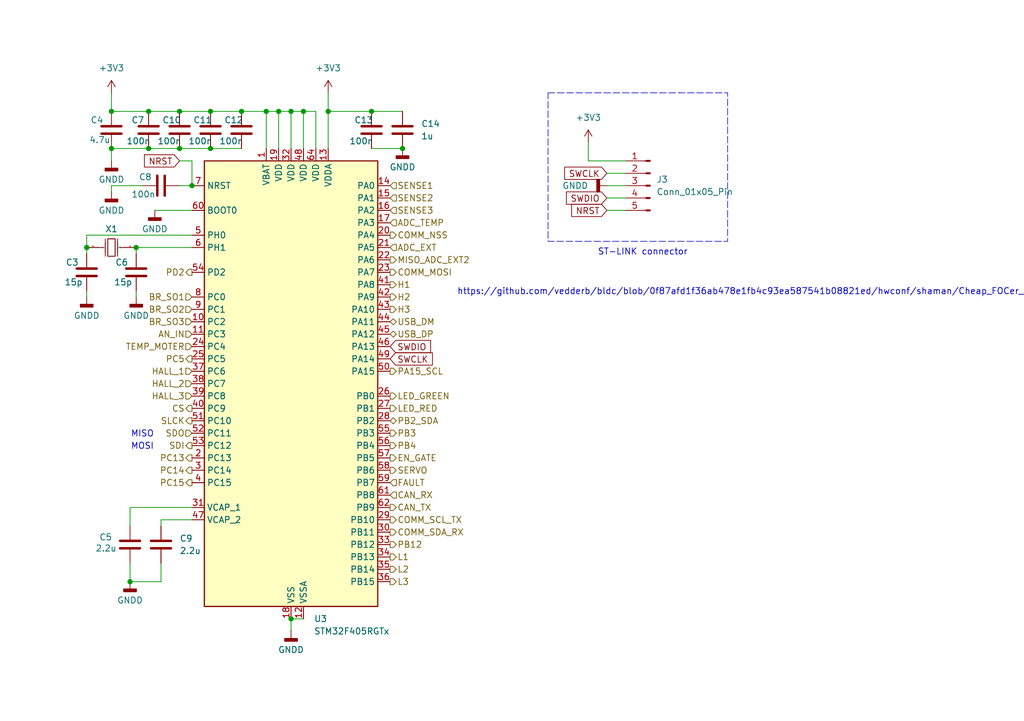
<source format=kicad_sch>
(kicad_sch (version 20250114) (generator "eeschema") (generator_version "9.0")
  (paper "A5")
  (title_block (title "AQUA_VESC") (rev "00"))
  (lib_symbols
    (symbol "Connector:Conn_01x05_Pin" (pin_names (offset 1.016) (hide yes))
      (property "Reference" "J" (at 0 7.62 0))
      (property "Value" "Conn_01x05_Pin" (at 0 -7.62 0))
      (symbol "Conn_01x05_Pin_1_1"
        (rectangle (start 0.8636 5.207) (end 0 4.953) (stroke (width 0.1524)) (fill (type outline)))
        (rectangle (start 0.8636 2.667) (end 0 2.413) (stroke (width 0.1524)) (fill (type outline)))
        (rectangle (start 0.8636 0.127) (end 0 -0.127) (stroke (width 0.1524)) (fill (type outline)))
        (rectangle (start 0.8636 -2.413) (end 0 -2.667) (stroke (width 0.1524)) (fill (type outline)))
        (rectangle (start 0.8636 -4.953) (end 0 -5.207) (stroke (width 0.1524)) (fill (type outline)))
        (polyline (pts (xy 1.27 5.08) (xy 0.8636 5.08)) (stroke (width 0.1524)))
        (polyline (pts (xy 1.27 2.54) (xy 0.8636 2.54)) (stroke (width 0.1524)))
        (polyline (pts (xy 1.27 0) (xy 0.8636 0)) (stroke (width 0.1524)))
        (polyline (pts (xy 1.27 -2.54) (xy 0.8636 -2.54)) (stroke (width 0.1524)))
        (polyline (pts (xy 1.27 -5.08) (xy 0.8636 -5.08)) (stroke (width 0.1524)))
        (pin passive line (at 5.08 5.08 180) (length 3.81) (name "Pin_1") (number "1"))
        (pin passive line (at 5.08 2.54 180) (length 3.81) (name "Pin_2") (number "2"))
        (pin passive line (at 5.08 0 180) (length 3.81) (name "Pin_3") (number "3"))
        (pin passive line (at 5.08 -2.54 180) (length 3.81) (name "Pin_4") (number "4"))
        (pin passive line (at 5.08 -5.08 180) (length 3.81) (name "Pin_5") (number "5"))
      )
    )
    (symbol "Device:C" (pin_numbers (hide yes)) (pin_names (offset 0.254))
      (property "Reference" "C" (at 0.635 2.54 0))
      (property "Value" "C" (at 0.635 -2.54 0))
      (symbol "C_0_1"
        (polyline (pts (xy -2.032 0.762) (xy 2.032 0.762)) (stroke (width 0.508)))
        (polyline (pts (xy -2.032 -0.762) (xy 2.032 -0.762)) (stroke (width 0.508)))
      )
      (symbol "C_1_1"
        (pin passive line (at 0 3.81 270) (length 2.794) (name "~") (number "1"))
        (pin passive line (at 0 -3.81 90) (length 2.794) (name "~") (number "2"))
      )
    )
    (symbol "MCU_ST_STM32F4:STM32F405RGTx"
      (property "Reference" "U" (at -17.78 46.99 0))
      (property "Value" "STM32F405RGTx" (at 10.16 46.99 0))
      (symbol "STM32F405RGTx_0_1"
        (rectangle (start -17.78 -45.72) (end 17.78 45.72) (stroke (width 0.254)) (fill (type background)))
      )
      (symbol "STM32F405RGTx_1_1"
        (pin input line (at -20.32 40.64 0) (length 2.54) (name "NRST") (number "7"))
        (pin input line (at -20.32 35.56 0) (length 2.54) (name "BOOT0") (number "60"))
        (pin bidirectional line (at -20.32 30.48 0) (length 2.54) (name "PH0") (number "5"))
        (pin bidirectional line (at -20.32 27.94 0) (length 2.54) (name "PH1") (number "6"))
        (pin bidirectional line (at -20.32 22.86 0) (length 2.54) (name "PD2") (number "54"))
        (pin bidirectional line (at -20.32 17.78 0) (length 2.54) (name "PC0") (number "8"))
        (pin bidirectional line (at -20.32 15.24 0) (length 2.54) (name "PC1") (number "9"))
        (pin bidirectional line (at -20.32 12.7 0) (length 2.54) (name "PC2") (number "10"))
        (pin bidirectional line (at -20.32 10.16 0) (length 2.54) (name "PC3") (number "11"))
        (pin bidirectional line (at -20.32 7.62 0) (length 2.54) (name "PC4") (number "24"))
        (pin bidirectional line (at -20.32 5.08 0) (length 2.54) (name "PC5") (number "25"))
        (pin bidirectional line (at -20.32 2.54 0) (length 2.54) (name "PC6") (number "37"))
        (pin bidirectional line (at -20.32 0 0) (length 2.54) (name "PC7") (number "38"))
        (pin bidirectional line (at -20.32 -2.54 0) (length 2.54) (name "PC8") (number "39"))
        (pin bidirectional line (at -20.32 -5.08 0) (length 2.54) (name "PC9") (number "40"))
        (pin bidirectional line (at -20.32 -7.62 0) (length 2.54) (name "PC10") (number "51"))
        (pin bidirectional line (at -20.32 -10.16 0) (length 2.54) (name "PC11") (number "52"))
        (pin bidirectional line (at -20.32 -12.7 0) (length 2.54) (name "PC12") (number "53"))
        (pin bidirectional line (at -20.32 -15.24 0) (length 2.54) (name "PC13") (number "2"))
        (pin bidirectional line (at -20.32 -17.78 0) (length 2.54) (name "PC14") (number "3"))
        (pin bidirectional line (at -20.32 -20.32 0) (length 2.54) (name "PC15") (number "4"))
        (pin power_out line (at -20.32 -25.4 0) (length 2.54) (name "VCAP_1") (number "31"))
        (pin power_out line (at -20.32 -27.94 0) (length 2.54) (name "VCAP_2") (number "47"))
        (pin power_in line (at -5.08 48.26 270) (length 2.54) (name "VBAT") (number "1"))
        (pin power_in line (at -2.54 48.26 270) (length 2.54) (name "VDD") (number "19"))
        (pin power_in line (at 0 48.26 270) (length 2.54) (name "VDD") (number "32"))
        (pin power_in line (at 0 -48.26 90) (length 2.54) (name "VSS") (number "18"))
        (pin passive line (at 0 -48.26 90) (length 2.54) (hide yes) (name "VSS") (number "63"))
        (pin power_in line (at 2.54 48.26 270) (length 2.54) (name "VDD") (number "48"))
        (pin power_in line (at 2.54 -48.26 90) (length 2.54) (name "VSSA") (number "12"))
        (pin power_in line (at 5.08 48.26 270) (length 2.54) (name "VDD") (number "64"))
        (pin power_in line (at 7.62 48.26 270) (length 2.54) (name "VDDA") (number "13"))
        (pin bidirectional line (at 20.32 40.64 180) (length 2.54) (name "PA0") (number "14"))
        (pin bidirectional line (at 20.32 38.1 180) (length 2.54) (name "PA1") (number "15"))
        (pin bidirectional line (at 20.32 35.56 180) (length 2.54) (name "PA2") (number "16"))
        (pin bidirectional line (at 20.32 33.02 180) (length 2.54) (name "PA3") (number "17"))
        (pin bidirectional line (at 20.32 30.48 180) (length 2.54) (name "PA4") (number "20"))
        (pin bidirectional line (at 20.32 27.94 180) (length 2.54) (name "PA5") (number "21"))
        (pin bidirectional line (at 20.32 25.4 180) (length 2.54) (name "PA6") (number "22"))
        (pin bidirectional line (at 20.32 22.86 180) (length 2.54) (name "PA7") (number "23"))
        (pin bidirectional line (at 20.32 20.32 180) (length 2.54) (name "PA8") (number "41"))
        (pin bidirectional line (at 20.32 17.78 180) (length 2.54) (name "PA9") (number "42"))
        (pin bidirectional line (at 20.32 15.24 180) (length 2.54) (name "PA10") (number "43"))
        (pin bidirectional line (at 20.32 12.7 180) (length 2.54) (name "PA11") (number "44"))
        (pin bidirectional line (at 20.32 10.16 180) (length 2.54) (name "PA12") (number "45"))
        (pin bidirectional line (at 20.32 7.62 180) (length 2.54) (name "PA13") (number "46"))
        (pin bidirectional line (at 20.32 5.08 180) (length 2.54) (name "PA14") (number "49"))
        (pin bidirectional line (at 20.32 2.54 180) (length 2.54) (name "PA15") (number "50"))
        (pin bidirectional line (at 20.32 -2.54 180) (length 2.54) (name "PB0") (number "26"))
        (pin bidirectional line (at 20.32 -5.08 180) (length 2.54) (name "PB1") (number "27"))
        (pin bidirectional line (at 20.32 -7.62 180) (length 2.54) (name "PB2") (number "28"))
        (pin bidirectional line (at 20.32 -10.16 180) (length 2.54) (name "PB3") (number "55"))
        (pin bidirectional line (at 20.32 -12.7 180) (length 2.54) (name "PB4") (number "56"))
        (pin bidirectional line (at 20.32 -15.24 180) (length 2.54) (name "PB5") (number "57"))
        (pin bidirectional line (at 20.32 -17.78 180) (length 2.54) (name "PB6") (number "58"))
        (pin bidirectional line (at 20.32 -20.32 180) (length 2.54) (name "PB7") (number "59"))
        (pin bidirectional line (at 20.32 -22.86 180) (length 2.54) (name "PB8") (number "61"))
        (pin bidirectional line (at 20.32 -25.4 180) (length 2.54) (name "PB9") (number "62"))
        (pin bidirectional line (at 20.32 -27.94 180) (length 2.54) (name "PB10") (number "29"))
        (pin bidirectional line (at 20.32 -30.48 180) (length 2.54) (name "PB11") (number "30"))
        (pin bidirectional line (at 20.32 -33.02 180) (length 2.54) (name "PB12") (number "33"))
        (pin bidirectional line (at 20.32 -35.56 180) (length 2.54) (name "PB13") (number "34"))
        (pin bidirectional line (at 20.32 -38.1 180) (length 2.54) (name "PB14") (number "35"))
        (pin bidirectional line (at 20.32 -40.64 180) (length 2.54) (name "PB15") (number "36"))
      )
    )
    (symbol "power:+3V3" (power) (pin_numbers (hide yes)) (pin_names (offset 0) (hide yes))
      (property "Value" "+3V3" (at 0 3.556 0))
      (symbol "+3V3_0_1"
        (polyline (pts (xy -0.762 1.27) (xy 0 2.54)))
        (polyline (pts (xy 0 2.54) (xy 0.762 1.27)))
        (polyline (pts (xy 0 0) (xy 0 2.54)))
      )
      (symbol "+3V3_1_1"
        (pin power_in line (at 0 0 90) (length 0) (name "~") (number "1"))
      )
    )
    (symbol "power:GNDD" (power) (pin_numbers (hide yes)) (pin_names (offset 0) (hide yes))
      (property "Value" "GNDD" (at 0 -3.175 0))
      (symbol "GNDD_0_1"
        (rectangle (start -1.27 -1.524) (end 1.27 -2.032) (stroke (width 0.254)) (fill (type outline)))
        (polyline (pts (xy 0 0) (xy 0 -1.524)))
      )
      (symbol "GNDD_1_1"
        (pin power_in line (at 0 0 270) (length 0) (name "~") (number "1"))
      )
    )
    (symbol "specific_library:X50328MSB2GI"
      (property "Reference" "X" (at 0 0 0))
      (symbol "X50328MSB2GI_1_0"
        (polyline (pts (xy -2.54 0) (xy -1.524 0)))
        (polyline (pts (xy -1.27 -1.016) (xy -1.27 1.016)))
        (polyline (pts (xy -1.27 -1.778) (xy -1.27 1.778)))
        (polyline (pts (xy -0.762 -1.778) (xy -0.762 1.778) (xy -0.762 1.778) (xy 0.762 1.778) (xy 0.762 1.778) (xy 0.762 -1.778)))
        (polyline (pts (xy 0.762 1.778) (xy 0.762 -1.778) (xy 0.762 -1.778) (xy -0.762 -1.778) (xy -0.762 -1.778) (xy -0.762 1.778) (xy -0.762 1.778) (xy 0.762 1.778)))
        (polyline (pts (xy 0.762 -1.778) (xy -0.762 -1.778)))
        (polyline (pts (xy 1.27 -1.016) (xy 1.27 1.016)))
        (polyline (pts (xy 1.27 -1.778) (xy 1.27 1.778)))
        (polyline (pts (xy 2.54 0) (xy 1.524 0)))
        (pin input line (at -5.08 0 0) (length 2.54) (name "OSC1") (number "1"))
        (pin input line (at 5.08 0 180) (length 2.54) (name "OSC2") (number "2"))
      )
    )
  )
  (rectangle (start 112.395 19.05) (end 149.225 49.53) (stroke (width 0.127) (type dash)))
  (text "https://github.com/vedderb/bldc/blob/0f87afd1f36ab478e1fb4c93ea587541b08821ed/hwconf/shaman/Cheap_FOCer_2/hw_Cheap_FOCer_2_core.h#L21" (at 167.894 59.944 0) (effects (font (size 1.27 1.27))))
  (text "MISO\n" (at 29.21 89.154 0) (effects (font (size 1.27 1.27))))
  (text "MOSI" (at 29.21 91.694 0) (effects (font (size 1.27 1.27))))
  (text "ST-LINK connector\n" (at 131.826 51.816 0) (effects (font (size 1.27 1.27))))
  (junction (at 54.61 22.86))
  (junction (at 30.48 22.86))
  (junction (at 57.15 22.86))
  (junction (at 76.2 22.86))
  (junction (at 22.86 22.86))
  (junction (at 59.69 22.86))
  (junction (at 26.67 119.38))
  (junction (at 30.48 30.48))
  (junction (at 43.18 22.86))
  (junction (at 36.83 30.48))
  (junction (at 49.53 22.86))
  (junction (at 67.31 22.86))
  (junction (at 43.18 30.48))
  (junction (at 59.69 127))
  (junction (at 17.78 50.8))
  (junction (at 36.83 22.86))
  (junction (at 39.37 38.1))
  (junction (at 27.94 50.8))
  (junction (at 82.55 30.48))
  (junction (at 22.86 30.48))
  (junction (at 62.23 22.86))
  (wire (pts (xy 29.21 38.1) (xy 22.86 38.1)))
  (wire (pts (xy 64.77 22.86) (xy 62.23 22.86)))
  (wire (pts (xy 64.77 22.86) (xy 64.77 30.48)))
  (wire (pts (xy 22.86 30.48) (xy 30.48 30.48)))
  (wire (pts (xy 31.75 43.18) (xy 39.37 43.18)))
  (wire (pts (xy 36.83 30.48) (xy 43.18 30.48)))
  (wire (pts (xy 124.46 43.18) (xy 128.27 43.18)))
  (wire (pts (xy 67.31 22.86) (xy 76.2 22.86)))
  (wire (pts (xy 22.86 22.86) (xy 30.48 22.86)))
  (wire (pts (xy 59.69 127) (xy 59.69 129.54)))
  (wire (pts (xy 36.83 38.1) (xy 39.37 38.1)))
  (wire (pts (xy 22.86 33.02) (xy 22.86 30.48)))
  (wire (pts (xy 67.31 19.05) (xy 67.31 22.86)))
  (wire (pts (xy 26.67 104.14) (xy 26.67 107.95)))
  (wire (pts (xy 54.61 22.86) (xy 54.61 30.48)))
  (wire (pts (xy 43.18 30.48) (xy 49.53 30.48)))
  (wire (pts (xy 59.69 22.86) (xy 57.15 22.86)))
  (wire (pts (xy 62.23 22.86) (xy 59.69 22.86)))
  (wire (pts (xy 57.15 22.86) (xy 57.15 30.48)))
  (wire (pts (xy 76.2 30.48) (xy 82.55 30.48)))
  (wire (pts (xy 59.69 22.86) (xy 59.69 30.48)))
  (wire (pts (xy 128.27 38.1) (xy 124.46 38.1)))
  (wire (pts (xy 43.18 22.86) (xy 49.53 22.86)))
  (wire (pts (xy 36.83 33.02) (xy 39.37 33.02)))
  (wire (pts (xy 120.65 29.21) (xy 120.65 33.02)))
  (wire (pts (xy 76.2 22.86) (xy 82.55 22.86)))
  (wire (pts (xy 22.86 19.05) (xy 22.86 22.86)))
  (wire (pts (xy 30.48 30.48) (xy 36.83 30.48)))
  (wire (pts (xy 67.31 22.86) (xy 67.31 30.48)))
  (wire (pts (xy 27.94 50.8) (xy 39.37 50.8)))
  (wire (pts (xy 49.53 22.86) (xy 54.61 22.86)))
  (wire (pts (xy 27.94 60.96) (xy 27.94 59.69)))
  (wire (pts (xy 59.69 127) (xy 62.23 127)))
  (wire (pts (xy 27.94 52.07) (xy 27.94 50.8)))
  (wire (pts (xy 39.37 104.14) (xy 26.67 104.14)))
  (wire (pts (xy 120.65 33.02) (xy 128.27 33.02)))
  (wire (pts (xy 54.61 22.86) (xy 57.15 22.86)))
  (wire (pts (xy 36.83 22.86) (xy 43.18 22.86)))
  (wire (pts (xy 33.02 106.68) (xy 33.02 107.95)))
  (wire (pts (xy 17.78 48.26) (xy 17.78 50.8)))
  (wire (pts (xy 124.46 40.64) (xy 128.27 40.64)))
  (wire (pts (xy 30.48 22.86) (xy 36.83 22.86)))
  (wire (pts (xy 26.67 119.38) (xy 33.02 119.38)))
  (wire (pts (xy 17.78 60.96) (xy 17.78 59.69)))
  (wire (pts (xy 17.78 50.8) (xy 17.78 52.07)))
  (wire (pts (xy 26.67 115.57) (xy 26.67 119.38)))
  (wire (pts (xy 33.02 119.38) (xy 33.02 115.57)))
  (wire (pts (xy 62.23 22.86) (xy 62.23 30.48)))
  (wire (pts (xy 39.37 106.68) (xy 33.02 106.68)))
  (wire (pts (xy 39.37 48.26) (xy 17.78 48.26)))
  (wire (pts (xy 22.86 38.1) (xy 22.86 39.37)))
  (wire (pts (xy 124.46 35.56) (xy 128.27 35.56)))
  (wire (pts (xy 39.37 33.02) (xy 39.37 38.1)))
  (global_label "NRST" (shape input) (at 36.83 33.02 180) (property "Intersheetrefs" "${INTERSHEET_REFS}" (effects (hide yes))))
  (global_label "SWCLK" (shape input) (at 80.01 73.66 0) (property "Intersheetrefs" "${INTERSHEET_REFS}" (effects (hide yes))))
  (global_label "SWDIO" (shape input) (at 124.46 40.64 180) (property "Intersheetrefs" "${INTERSHEET_REFS}" (effects (hide yes))))
  (global_label "SWDIO" (shape input) (at 80.01 71.12 0) (property "Intersheetrefs" "${INTERSHEET_REFS}" (effects (hide yes))))
  (global_label "NRST" (shape input) (at 124.46 43.18 180) (property "Intersheetrefs" "${INTERSHEET_REFS}" (effects (hide yes))))
  (global_label "SWCLK" (shape input) (at 124.46 35.56 180) (property "Intersheetrefs" "${INTERSHEET_REFS}" (effects (hide yes))))
  (hierarchical_label "CAN_RX" (shape input) (at 80.01 101.6 0))
  (hierarchical_label "SENSE1" (shape input) (at 80.01 38.1 0))
  (hierarchical_label "COMM_SDA_RX" (shape output) (at 80.01 109.22 0))
  (hierarchical_label "BR_SO1" (shape input) (at 39.37 60.96 180))
  (hierarchical_label "SENSE2" (shape input) (at 80.01 40.64 0))
  (hierarchical_label "LED_GREEN" (shape output) (at 80.01 81.28 0))
  (hierarchical_label "EN_GATE" (shape output) (at 80.01 93.98 0))
  (hierarchical_label "COMM_MOSI" (shape output) (at 80.01 55.88 0))
  (hierarchical_label "USB_DM" (shape bidirectional) (at 80.01 66.04 0))
  (hierarchical_label "PC14" (shape output) (at 39.37 96.52 180))
  (hierarchical_label "AN_IN" (shape input) (at 39.37 68.58 180))
  (hierarchical_label "COMM_SCL_TX" (shape output) (at 80.01 106.68 0))
  (hierarchical_label "CAN_TX" (shape output) (at 80.01 104.14 0))
  (hierarchical_label "LED_RED" (shape output) (at 80.01 83.82 0))
  (hierarchical_label "PC13" (shape output) (at 39.37 93.98 180))
  (hierarchical_label "CS" (shape output) (at 39.37 83.82 180))
  (hierarchical_label "ADC_EXT" (shape input) (at 80.01 50.8 0))
  (hierarchical_label "HALL_2" (shape input) (at 39.37 78.74 180))
  (hierarchical_label "SENSE3" (shape input) (at 80.01 43.18 0))
  (hierarchical_label "PB12" (shape output) (at 80.01 111.76 0))
  (hierarchical_label "HALL_3" (shape input) (at 39.37 81.28 180))
  (hierarchical_label "L3" (shape output) (at 80.01 119.38 0))
  (hierarchical_label "H2" (shape output) (at 80.01 60.96 0))
  (hierarchical_label "COMM_NSS" (shape output) (at 80.01 48.26 0))
  (hierarchical_label "ADC_TEMP" (shape input) (at 80.01 45.72 0))
  (hierarchical_label "BR_SO3" (shape input) (at 39.37 66.04 180))
  (hierarchical_label "H3" (shape output) (at 80.01 63.5 0))
  (hierarchical_label "USB_DP" (shape bidirectional) (at 80.01 68.58 0))
  (hierarchical_label "TEMP_MOTER" (shape input) (at 39.37 71.12 180))
  (hierarchical_label "PA15_SCL" (shape output) (at 80.01 76.2 0))
  (hierarchical_label "L1" (shape output) (at 80.01 114.3 0))
  (hierarchical_label "H1" (shape output) (at 80.01 58.42 0))
  (hierarchical_label "SDO" (shape input) (at 39.37 88.9 180))
  (hierarchical_label "MISO_ADC_EXT2" (shape output) (at 80.01 53.34 0))
  (hierarchical_label "PB4" (shape output) (at 80.01 91.44 0))
  (hierarchical_label "SDI" (shape output) (at 39.37 91.44 180))
  (hierarchical_label "SERVO" (shape output) (at 80.01 96.52 0))
  (hierarchical_label "PD2" (shape output) (at 39.37 55.88 180))
  (hierarchical_label "PC5" (shape output) (at 39.37 73.66 180))
  (hierarchical_label "SLCK" (shape output) (at 39.37 86.36 180))
  (hierarchical_label "FAULT" (shape input) (at 80.01 99.06 0))
  (hierarchical_label "PB3" (shape output) (at 80.01 88.9 0))
  (hierarchical_label "PC15" (shape output) (at 39.37 99.06 180))
  (hierarchical_label "HALL_1" (shape input) (at 39.37 76.2 180))
  (hierarchical_label "PB2_SDA" (shape bidirectional) (at 80.01 86.36 0))
  (hierarchical_label "L2" (shape output) (at 80.01 116.84 0))
  (hierarchical_label "BR_SO2" (shape input) (at 39.37 63.5 180))
  (symbol (lib_id "power:GNDD") (at 22.86 33.02 0) (unit 1)
    (property "Reference" "#PWR025" (effects (hide yes)))
    (property "Value" "GNDD" (at 22.86 36.83 0))
    (property "Description" "Power symbol creates a global label with name \"GNDD\" , digital ground" (effects (hide yes)))
  )
  (symbol (lib_id "Connector:Conn_01x05_Pin") (at 133.35 38.1 0) (mirror y) (unit 1)
    (property "Reference" "J3" (at 134.62 36.8299 0) (effects (justify right)))
    (property "Value" "Conn_01x05_Pin" (at 134.62 39.3699 0) (effects (justify right)))
    (property "Footprint" "Connector_PinHeader_2.54mm:PinHeader_1x05_P2.54mm_Horizontal" (effects (hide yes)))
    (property "Description" "Generic connector, single row, 01x05, script generated" (effects (hide yes)))
  )
  (symbol (lib_id "Device:C") (at 76.2 26.67 0) (unit 1)
    (property "Reference" "C13" (at 72.644 24.638 0) (effects (justify left)))
    (property "Value" "100n" (at 71.628 28.956 0) (effects (justify left)))
    (property "Footprint" "Capacitor_SMD:C_0603_1608Metric" (effects (hide yes)))
    (property "Description" "Unpolarized capacitor" (effects (hide yes)))
  )
  (symbol (lib_id "Device:C") (at 33.02 38.1 270) (unit 1)
    (property "Reference" "C8" (at 28.448 36.322 90) (effects (justify left)))
    (property "Value" "100n" (at 26.924 39.878 90) (effects (justify left)))
    (property "Footprint" "Capacitor_SMD:C_0603_1608Metric" (effects (hide yes)))
    (property "Description" "Unpolarized capacitor" (effects (hide yes)))
  )
  (symbol (lib_id "Device:C") (at 43.18 26.67 0) (unit 1)
    (property "Reference" "C11" (at 39.624 24.638 0) (effects (justify left)))
    (property "Value" "100n" (at 38.608 28.956 0) (effects (justify left)))
    (property "Footprint" "Capacitor_SMD:C_0603_1608Metric" (effects (hide yes)))
    (property "Description" "Unpolarized capacitor" (effects (hide yes)))
  )
  (symbol (lib_id "power:GNDD") (at 26.67 119.38 0) (unit 1)
    (property "Reference" "#PWR027" (effects (hide yes)))
    (property "Value" "GNDD" (at 26.67 123.19 0))
    (property "Description" "Power symbol creates a global label with name \"GNDD\" , digital ground" (effects (hide yes)))
  )
  (symbol (lib_id "power:GNDD") (at 82.55 30.48 0) (unit 1)
    (property "Reference" "#PWR032" (effects (hide yes)))
    (property "Value" "GNDD" (at 82.55 34.29 0))
    (property "Description" "Power symbol creates a global label with name \"GNDD\" , digital ground" (effects (hide yes)))
  )
  (symbol (lib_id "specific_library:X50328MSB2GI") (at 22.86 50.8 180) (unit 1)
    (property "Reference" "X1" (at 22.86 46.99 0))
    (property "Value" "8MHz" (effects (hide yes)))
    (property "Footprint" "specific_footprint_library:CRYSTAL-SMD_L5.0-W3.2" (effects (hide yes)))
    (property "Datasheet" "https://atta.szlcsc.com/upload/public/pdf/source/20240329/44922B0AF7B60E58E9B66993B6077277.pdf" (effects (hide yes)))
    (property "Description" "Type:Surface Mount Crystal Frequency:8MHz Normal temperature Frequency Tolerance:±10ppm Normal temperature Frequency Tolerance:±10ppm Load Capacitance:20pF Frequency Stability:±20ppm Frequency Stability:±20ppm Operating Temperature:-40°C~+85°C Operating Tem" (effects (hide yes)))
    (property "Manufacturer Part" "X50328MSB2GI" (effects (hide yes)))
    (property "Manufacturer" "YXC(扬兴晶振)" (effects (hide yes)))
    (property "Supplier Part" "C115962" (effects (hide yes)))
    (property "Supplier" "LCSC" (effects (hide yes)))
    (property "LCSC Part Name" "YSX530GA 8MHZ 2P 5032 20PF ±10PPM -40~85°C (±20PPM)" (effects (hide yes)))
  )
  (symbol (lib_id "power:GNDD") (at 22.86 39.37 0) (unit 1)
    (property "Reference" "#PWR026" (effects (hide yes)))
    (property "Value" "GNDD" (at 22.86 43.18 0))
    (property "Description" "Power symbol creates a global label with name \"GNDD\" , digital ground" (effects (hide yes)))
  )
  (symbol (lib_id "power:GNDD") (at 124.46 38.1 270) (unit 1)
    (property "Reference" "#PWR034" (effects (hide yes)))
    (property "Value" "GNDD" (at 120.65 38.0999 90) (effects (justify right)))
    (property "Description" "Power symbol creates a global label with name \"GNDD\" , digital ground" (effects (hide yes)))
  )
  (symbol (lib_id "MCU_ST_STM32F4:STM32F405RGTx") (at 59.69 78.74 0) (unit 1)
    (property "Reference" "U3" (at 64.3733 127 0) (effects (justify left)))
    (property "Value" "STM32F405RGTx" (at 64.3733 129.54 0) (effects (justify left)))
    (property "Footprint" "Package_QFP:LQFP-64_10x10mm_P0.5mm" (effects (hide yes)))
    (property "Datasheet" "https://www.st.com/resource/en/datasheet/stm32f405rg.pdf" (effects (hide yes)))
    (property "Description" "STMicroelectronics Arm Cortex-M4 MCU, 1024KB flash, 192KB RAM, 168 MHz, 1.8-3.6V, 51 GPIO, LQFP64" (effects (hide yes)))
  )
  (symbol (lib_id "Device:C") (at 36.83 26.67 0) (unit 1)
    (property "Reference" "C10" (at 33.274 24.638 0) (effects (justify left)))
    (property "Value" "100n" (at 32.258 28.956 0) (effects (justify left)))
    (property "Footprint" "Capacitor_SMD:C_0603_1608Metric" (effects (hide yes)))
    (property "Description" "Unpolarized capacitor" (effects (hide yes)))
  )
  (symbol (lib_id "power:+3V3") (at 67.31 19.05 0) (unit 1)
    (property "Reference" "#PWR031" (effects (hide yes)))
    (property "Value" "+3V3" (at 67.31 13.97 0))
    (property "Description" "Power symbol creates a global label with name \"+3V3\"" (effects (hide yes)))
  )
  (symbol (lib_id "Device:C") (at 30.48 26.67 0) (unit 1)
    (property "Reference" "C7" (at 26.924 24.638 0) (effects (justify left)))
    (property "Value" "100n" (at 25.908 28.956 0) (effects (justify left)))
    (property "Footprint" "Capacitor_SMD:C_0603_1608Metric" (effects (hide yes)))
    (property "Description" "Unpolarized capacitor" (effects (hide yes)))
  )
  (symbol (lib_id "power:+3V3") (at 120.65 29.21 0) (unit 1)
    (property "Reference" "#PWR033" (effects (hide yes)))
    (property "Value" "+3V3" (at 120.65 24.13 0))
    (property "Description" "Power symbol creates a global label with name \"+3V3\"" (effects (hide yes)))
  )
  (symbol (lib_id "power:GNDD") (at 27.94 60.96 0) (unit 1)
    (property "Reference" "#PWR028" (effects (hide yes)))
    (property "Value" "GNDD" (at 27.94 64.77 0))
    (property "Description" "Power symbol creates a global label with name \"GNDD\" , digital ground" (effects (hide yes)))
  )
  (symbol (lib_id "power:GNDD") (at 17.78 60.96 0) (unit 1)
    (property "Reference" "#PWR023" (effects (hide yes)))
    (property "Value" "GNDD" (at 17.78 64.77 0))
    (property "Description" "Power symbol creates a global label with name \"GNDD\" , digital ground" (effects (hide yes)))
  )
  (symbol (lib_id "Device:C") (at 26.67 111.76 0) (unit 1)
    (property "Reference" "C5" (at 20.32 110.236 0) (effects (justify left)))
    (property "Value" "2.2u" (at 19.558 112.522 0) (effects (justify left)))
    (property "Footprint" "Capacitor_SMD:C_0603_1608Metric" (effects (hide yes)))
    (property "Description" "Unpolarized capacitor" (effects (hide yes)))
  )
  (symbol (lib_id "Device:C") (at 82.55 26.67 0) (unit 1)
    (property "Reference" "C14" (at 86.36 25.3999 0) (effects (justify left)))
    (property "Value" "1u" (at 86.36 27.9399 0) (effects (justify left)))
    (property "Footprint" "Capacitor_SMD:C_0603_1608Metric" (effects (hide yes)))
    (property "Description" "Unpolarized capacitor" (effects (hide yes)))
  )
  (symbol (lib_id "power:GNDD") (at 31.75 43.18 0) (unit 1)
    (property "Reference" "#PWR029" (effects (hide yes)))
    (property "Value" "GNDD" (at 31.75 46.99 0))
    (property "Description" "Power symbol creates a global label with name \"GNDD\" , digital ground" (effects (hide yes)))
  )
  (symbol (lib_id "power:GNDD") (at 59.69 129.54 0) (unit 1)
    (property "Reference" "#PWR030" (effects (hide yes)))
    (property "Value" "GNDD" (at 59.69 133.35 0))
    (property "Description" "Power symbol creates a global label with name \"GNDD\" , digital ground" (effects (hide yes)))
  )
  (symbol (lib_id "Device:C") (at 49.53 26.67 0) (unit 1)
    (property "Reference" "C12" (at 45.974 24.638 0) (effects (justify left)))
    (property "Value" "100n" (at 44.958 28.956 0) (effects (justify left)))
    (property "Footprint" "Capacitor_SMD:C_0603_1608Metric" (effects (hide yes)))
    (property "Description" "Unpolarized capacitor" (effects (hide yes)))
  )
  (symbol (lib_id "power:+3V3") (at 22.86 19.05 0) (unit 1)
    (property "Reference" "#PWR024" (effects (hide yes)))
    (property "Value" "+3V3" (at 22.86 13.97 0))
    (property "Description" "Power symbol creates a global label with name \"+3V3\"" (effects (hide yes)))
  )
  (symbol (lib_id "Device:C") (at 17.78 55.88 0) (unit 1)
    (property "Reference" "C3" (at 13.462 53.848 0) (effects (justify left)))
    (property "Value" "15p" (at 13.208 57.912 0) (effects (justify left)))
    (property "Footprint" "Capacitor_SMD:C_0603_1608Metric" (effects (hide yes)))
    (property "Description" "Unpolarized capacitor" (effects (hide yes)))
  )
  (symbol (lib_id "Device:C") (at 22.86 26.67 0) (unit 1)
    (property "Reference" "C4" (at 18.542 24.638 0) (effects (justify left)))
    (property "Value" "4.7u" (at 18.288 28.702 0) (effects (justify left)))
    (property "Footprint" "Capacitor_SMD:C_0603_1608Metric" (effects (hide yes)))
    (property "Description" "Unpolarized capacitor" (effects (hide yes)))
  )
  (symbol (lib_id "Device:C") (at 33.02 111.76 0) (unit 1)
    (property "Reference" "C9" (at 36.83 110.4899 0) (effects (justify left)))
    (property "Value" "2.2u" (at 36.83 113.0299 0) (effects (justify left)))
    (property "Footprint" "Capacitor_SMD:C_0603_1608Metric" (effects (hide yes)))
    (property "Description" "Unpolarized capacitor" (effects (hide yes)))
  )
  (symbol (lib_id "Device:C") (at 27.94 55.88 0) (unit 1)
    (property "Reference" "C6" (at 23.622 53.848 0) (effects (justify left)))
    (property "Value" "15p" (at 23.368 57.912 0) (effects (justify left)))
    (property "Footprint" "Capacitor_SMD:C_0603_1608Metric" (effects (hide yes)))
    (property "Description" "Unpolarized capacitor" (effects (hide yes)))
  )
)
</source>
